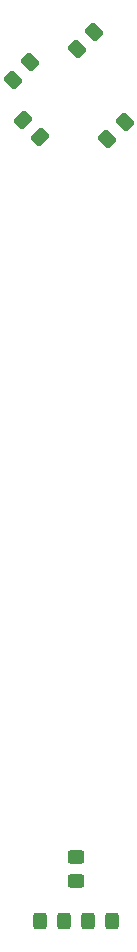
<source format=gbr>
G04 #@! TF.GenerationSoftware,KiCad,Pcbnew,6.0.9+dfsg-1*
G04 #@! TF.CreationDate,2022-12-29T08:22:08+02:00*
G04 #@! TF.ProjectId,ATF1502AS-EVB,41544631-3530-4324-9153-2d4556422e6b,rev?*
G04 #@! TF.SameCoordinates,PX75d6040PY9a0c090*
G04 #@! TF.FileFunction,Paste,Bot*
G04 #@! TF.FilePolarity,Positive*
%FSLAX46Y46*%
G04 Gerber Fmt 4.6, Leading zero omitted, Abs format (unit mm)*
G04 Created by KiCad (PCBNEW 6.0.9+dfsg-1) date 2022-12-29 08:22:08*
%MOMM*%
%LPD*%
G01*
G04 APERTURE LIST*
G04 Aperture macros list*
%AMRoundRect*
0 Rectangle with rounded corners*
0 $1 Rounding radius*
0 $2 $3 $4 $5 $6 $7 $8 $9 X,Y pos of 4 corners*
0 Add a 4 corners polygon primitive as box body*
4,1,4,$2,$3,$4,$5,$6,$7,$8,$9,$2,$3,0*
0 Add four circle primitives for the rounded corners*
1,1,$1+$1,$2,$3*
1,1,$1+$1,$4,$5*
1,1,$1+$1,$6,$7*
1,1,$1+$1,$8,$9*
0 Add four rect primitives between the rounded corners*
20,1,$1+$1,$2,$3,$4,$5,0*
20,1,$1+$1,$4,$5,$6,$7,0*
20,1,$1+$1,$6,$7,$8,$9,0*
20,1,$1+$1,$8,$9,$2,$3,0*%
G04 Aperture macros list end*
%ADD10RoundRect,0.250000X0.548008X0.088388X0.088388X0.548008X-0.548008X-0.088388X-0.088388X-0.548008X0*%
%ADD11RoundRect,0.250000X-0.088388X0.548008X-0.548008X0.088388X0.088388X-0.548008X0.548008X-0.088388X0*%
%ADD12RoundRect,0.250000X0.088388X-0.548008X0.548008X-0.088388X-0.088388X0.548008X-0.548008X0.088388X0*%
%ADD13RoundRect,0.250000X0.450000X-0.325000X0.450000X0.325000X-0.450000X0.325000X-0.450000X-0.325000X0*%
%ADD14RoundRect,0.250000X-0.325000X-0.450000X0.325000X-0.450000X0.325000X0.450000X-0.325000X0.450000X0*%
%ADD15RoundRect,0.250000X0.325000X0.450000X-0.325000X0.450000X-0.325000X-0.450000X0.325000X-0.450000X0*%
G04 APERTURE END LIST*
D10*
X29740000Y75800000D03*
X28290432Y77249568D03*
D11*
X36894784Y77084784D03*
X35445216Y75635216D03*
D12*
X27425216Y80685216D03*
X28874784Y82134784D03*
D11*
X34324784Y84714784D03*
X32875216Y83265216D03*
D13*
X32790000Y12815000D03*
X32790000Y14865000D03*
D14*
X33815000Y9440000D03*
X35865000Y9440000D03*
D15*
X31775000Y9440000D03*
X29725000Y9440000D03*
M02*

</source>
